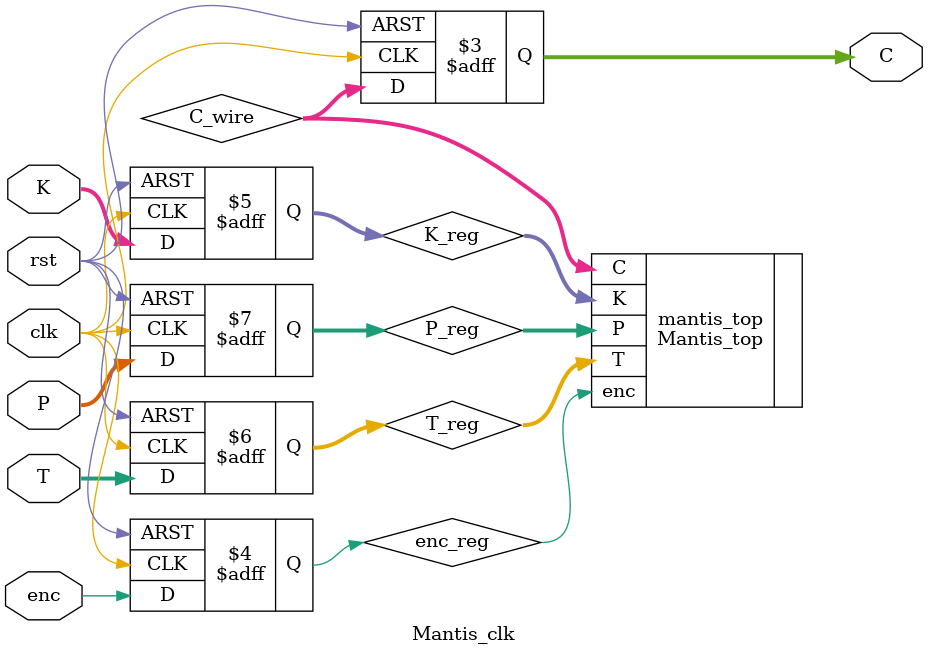
<source format=v>
module Mantis_clk
	(clk, rst, enc, T, K, P, C);
    localparam n = 64;
    input clk;
	input rst;
    input enc;
    input [127:0] K;
    input [n-1:0] T;
    input [n-1:0] P;
    output [n-1:0] C;
    reg [n-1:0] C;

    wire [n-1:0] C_wire;

    reg enc_reg;
    reg [127:0] K_reg;
    reg [n-1:0] T_reg;
    reg [n-1:0] P_reg;

    Mantis_top
    mantis_top
    (
        .enc(enc_reg),
        .T(T_reg),
        .K(K_reg), 
        .P(P_reg), 
        .C(C_wire)
    );

	always@(posedge clk or negedge rst) begin: aclk
        if (rst == 0) begin: clkb1
            enc_reg <= 0;
            T_reg <= 0;
            K_reg <= 0; 
            P_reg <= 0;
            C <= 0;
        end
        else begin: clkb2
            enc_reg <= enc;
            T_reg <= T;
            K_reg <= K; 
            P_reg <= P;
            C <= C_wire;
        end

    end
	
endmodule
</source>
